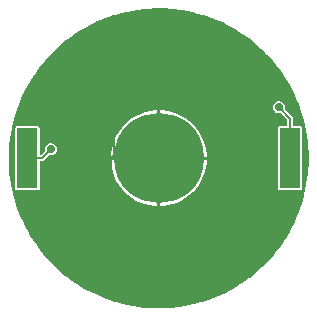
<source format=gbl>
G04 #@! TF.GenerationSoftware,KiCad,Pcbnew,(6.0.0)*
G04 #@! TF.CreationDate,2022-11-07T22:53:33+10:30*
G04 #@! TF.ProjectId,MicroTVbGone_r2,4d696372-6f54-4566-9247-6f6e655f7232,rev?*
G04 #@! TF.SameCoordinates,Original*
G04 #@! TF.FileFunction,Copper,L2,Bot*
G04 #@! TF.FilePolarity,Positive*
%FSLAX46Y46*%
G04 Gerber Fmt 4.6, Leading zero omitted, Abs format (unit mm)*
G04 Created by KiCad (PCBNEW (6.0.0)) date 2022-11-07 22:53:33*
%MOMM*%
%LPD*%
G01*
G04 APERTURE LIST*
G04 Aperture macros list*
%AMRoundRect*
0 Rectangle with rounded corners*
0 $1 Rounding radius*
0 $2 $3 $4 $5 $6 $7 $8 $9 X,Y pos of 4 corners*
0 Add a 4 corners polygon primitive as box body*
4,1,4,$2,$3,$4,$5,$6,$7,$8,$9,$2,$3,0*
0 Add four circle primitives for the rounded corners*
1,1,$1+$1,$2,$3*
1,1,$1+$1,$4,$5*
1,1,$1+$1,$6,$7*
1,1,$1+$1,$8,$9*
0 Add four rect primitives between the rounded corners*
20,1,$1+$1,$2,$3,$4,$5,0*
20,1,$1+$1,$4,$5,$6,$7,0*
20,1,$1+$1,$6,$7,$8,$9,0*
20,1,$1+$1,$8,$9,$2,$3,0*%
G04 Aperture macros list end*
G04 #@! TA.AperFunction,SMDPad,CuDef*
%ADD10RoundRect,3.810000X0.000000X0.000000X0.000000X0.000000X0.000000X0.000000X0.000000X0.000000X0*%
G04 #@! TD*
G04 #@! TA.AperFunction,SMDPad,CuDef*
%ADD11R,1.778000X5.080000*%
G04 #@! TD*
G04 #@! TA.AperFunction,ViaPad*
%ADD12C,0.705600*%
G04 #@! TD*
G04 #@! TA.AperFunction,Conductor*
%ADD13C,0.203200*%
G04 #@! TD*
G04 APERTURE END LIST*
D10*
G04 #@! TO.P,U$1,NEG*
G04 #@! TO.N,GND*
X148501100Y-105003600D03*
D11*
G04 #@! TO.P,U$1,POS*
G04 #@! TO.N,VCC*
X137375900Y-105003600D03*
G04 #@! TO.P,U$1,POS_2*
X159626300Y-105003600D03*
G04 #@! TD*
D12*
G04 #@! TO.N,VCC*
X158661100Y-100685600D03*
X139357100Y-104241600D03*
G04 #@! TO.N,GND*
X152565100Y-96113600D03*
X143167100Y-108305600D03*
X146469100Y-100177600D03*
G04 #@! TD*
D13*
G04 #@! TO.N,VCC*
X138595100Y-105003600D02*
X139357100Y-104241600D01*
X159626300Y-105003600D02*
X159626300Y-101650800D01*
X159626300Y-101650800D02*
X158661100Y-100685600D01*
X137375900Y-105003600D02*
X138595100Y-105003600D01*
G04 #@! TO.N,GND*
X144437100Y-105003600D02*
X144437100Y-107543600D01*
X148501100Y-105003600D02*
X144437100Y-105003600D01*
X150533100Y-96113600D02*
X152565100Y-96113600D01*
X144691100Y-104749600D02*
X144691100Y-101701600D01*
X143675100Y-108305600D02*
X143167100Y-108305600D01*
X146469100Y-100177600D02*
X150533100Y-96113600D01*
X146215100Y-100177600D02*
X146469100Y-100177600D01*
X144437100Y-107543600D02*
X143675100Y-108305600D01*
X144437100Y-105003600D02*
X144691100Y-104749600D01*
X144691100Y-101701600D02*
X146215100Y-100177600D01*
G04 #@! TD*
G04 #@! TA.AperFunction,Conductor*
G04 #@! TO.N,GND*
G36*
X148591156Y-92300796D02*
G01*
X148932891Y-92312729D01*
X149042954Y-92316573D01*
X149044343Y-92316641D01*
X149552266Y-92348597D01*
X149553652Y-92348704D01*
X149727712Y-92364544D01*
X150003824Y-92389672D01*
X150006564Y-92389999D01*
X150151774Y-92411442D01*
X150453801Y-92456042D01*
X150455174Y-92456265D01*
X150956313Y-92544629D01*
X150957679Y-92544889D01*
X151400517Y-92635790D01*
X151403224Y-92636425D01*
X151571307Y-92680834D01*
X151840307Y-92751907D01*
X151841567Y-92752259D01*
X152271063Y-92878666D01*
X152329805Y-92895955D01*
X152331133Y-92896366D01*
X152761089Y-93036067D01*
X152763680Y-93036990D01*
X153016054Y-93134879D01*
X153185169Y-93200475D01*
X153186458Y-93200996D01*
X153405430Y-93293043D01*
X153655599Y-93398204D01*
X153656829Y-93398742D01*
X154068554Y-93585509D01*
X154071017Y-93586710D01*
X154253471Y-93682095D01*
X154471626Y-93796144D01*
X154472849Y-93796805D01*
X154917118Y-94045098D01*
X154918323Y-94045794D01*
X155306599Y-94277253D01*
X155308947Y-94278743D01*
X155683721Y-94531532D01*
X155684863Y-94532326D01*
X156098647Y-94828565D01*
X156099766Y-94829390D01*
X156459839Y-95102701D01*
X156462006Y-95104443D01*
X156806262Y-95397428D01*
X156807309Y-95398344D01*
X157185506Y-95738874D01*
X157186526Y-95739819D01*
X157513887Y-96051560D01*
X157515847Y-96053534D01*
X157704780Y-96254727D01*
X157825310Y-96383079D01*
X157826207Y-96384061D01*
X158164135Y-96764679D01*
X158164990Y-96765669D01*
X158339608Y-96973771D01*
X158455598Y-97112002D01*
X158457325Y-97114182D01*
X158728094Y-97476127D01*
X158728912Y-97477252D01*
X159022260Y-97893099D01*
X159023045Y-97894246D01*
X159273225Y-98270797D01*
X159274699Y-98273154D01*
X159414387Y-98511246D01*
X159503458Y-98663064D01*
X159504145Y-98664274D01*
X159749305Y-99110219D01*
X159749958Y-99111447D01*
X159956583Y-99513496D01*
X159957785Y-99516003D01*
X160141686Y-99929051D01*
X160142206Y-99930267D01*
X160228206Y-100138919D01*
X160336129Y-100400761D01*
X160336641Y-100402054D01*
X160430243Y-100648462D01*
X160496541Y-100822991D01*
X160497169Y-100824645D01*
X160498082Y-100827264D01*
X160627902Y-101236509D01*
X160634776Y-101258179D01*
X160635176Y-101259503D01*
X160737341Y-101615793D01*
X160775451Y-101748700D01*
X160775815Y-101750042D01*
X160888230Y-102187872D01*
X160888847Y-102190584D01*
X160976659Y-102634067D01*
X160976910Y-102635435D01*
X161061776Y-103137195D01*
X161061988Y-103138569D01*
X161124901Y-103586215D01*
X161125211Y-103588979D01*
X161163038Y-104039441D01*
X161163134Y-104040821D01*
X161190480Y-104529922D01*
X161191542Y-104548923D01*
X161191600Y-104550292D01*
X161197113Y-104747648D01*
X161204233Y-105002571D01*
X161204247Y-105004656D01*
X161200389Y-105281001D01*
X161199324Y-105357254D01*
X161199252Y-105359316D01*
X161182400Y-105660738D01*
X161173997Y-105811027D01*
X161173900Y-105812414D01*
X161131317Y-106319518D01*
X161131182Y-106320902D01*
X161080791Y-106770155D01*
X161080404Y-106772909D01*
X161005015Y-107218630D01*
X161004764Y-107219998D01*
X160905912Y-107719241D01*
X160905622Y-107720599D01*
X160807492Y-108152526D01*
X160805480Y-108161380D01*
X160804789Y-108164074D01*
X160680181Y-108598631D01*
X160679779Y-108599962D01*
X160525900Y-109085049D01*
X160525461Y-109086368D01*
X160376792Y-109513289D01*
X160375816Y-109515857D01*
X160303570Y-109691140D01*
X160203566Y-109933768D01*
X160203019Y-109935047D01*
X159995998Y-110400022D01*
X159995414Y-110401284D01*
X159909164Y-110581302D01*
X159800091Y-110808955D01*
X159798840Y-110811389D01*
X159591412Y-111188701D01*
X159581048Y-111207553D01*
X159580374Y-111208740D01*
X159322826Y-111647720D01*
X159322177Y-111648793D01*
X159123657Y-111966490D01*
X159082568Y-112032246D01*
X159081032Y-112034558D01*
X158978104Y-112180467D01*
X158820430Y-112403985D01*
X158819614Y-112405107D01*
X158557520Y-112755456D01*
X158514804Y-112812555D01*
X158513956Y-112813657D01*
X158233152Y-113167943D01*
X158231364Y-113170073D01*
X157931244Y-113508107D01*
X157930307Y-113509134D01*
X157581895Y-113880155D01*
X157580989Y-113881094D01*
X157318704Y-114145216D01*
X157262430Y-114201884D01*
X157260416Y-114203802D01*
X156924458Y-114506299D01*
X156923411Y-114507215D01*
X156535881Y-114837030D01*
X156534810Y-114837916D01*
X156182502Y-115121180D01*
X156180290Y-115122859D01*
X156109337Y-115173656D01*
X155812737Y-115386000D01*
X155811595Y-115386794D01*
X155389688Y-115671374D01*
X155388524Y-115672136D01*
X155075548Y-115870757D01*
X155006823Y-115914371D01*
X155004454Y-115915783D01*
X154609793Y-116136352D01*
X154608692Y-116136947D01*
X154244651Y-116327263D01*
X154157627Y-116372758D01*
X154156386Y-116373385D01*
X153750082Y-116571552D01*
X153747549Y-116572701D01*
X153330816Y-116747879D01*
X153329527Y-116748400D01*
X153073946Y-116847534D01*
X152855013Y-116932452D01*
X152853749Y-116932921D01*
X152714141Y-116982634D01*
X152427912Y-117084555D01*
X152425269Y-117085415D01*
X152145671Y-117167705D01*
X151991605Y-117213049D01*
X151990275Y-117213420D01*
X151504579Y-117341747D01*
X151498228Y-117343425D01*
X151496882Y-117343760D01*
X151432206Y-117358930D01*
X151056777Y-117446986D01*
X151054053Y-117447545D01*
X150608889Y-117526039D01*
X150607516Y-117526262D01*
X150205889Y-117585570D01*
X150104047Y-117600608D01*
X150102679Y-117600791D01*
X149653799Y-117654316D01*
X149651030Y-117654568D01*
X149199881Y-117682952D01*
X149198492Y-117683020D01*
X148849080Y-117695222D01*
X148689853Y-117700782D01*
X148688496Y-117700811D01*
X148477478Y-117702284D01*
X148236461Y-117703966D01*
X148233680Y-117703908D01*
X147782156Y-117681825D01*
X147780768Y-117681737D01*
X147273349Y-117642693D01*
X147271965Y-117642567D01*
X146822407Y-117595317D01*
X146819650Y-117594949D01*
X146373437Y-117522678D01*
X146372068Y-117522437D01*
X146242071Y-117497639D01*
X145872091Y-117427062D01*
X145870853Y-117426807D01*
X145429262Y-117329718D01*
X145426600Y-117329053D01*
X144991181Y-117207482D01*
X144989912Y-117207109D01*
X144768052Y-117138432D01*
X144503691Y-117056598D01*
X144502368Y-117056168D01*
X144074452Y-116910494D01*
X144071846Y-116909525D01*
X143652715Y-116740185D01*
X143651433Y-116739646D01*
X143185076Y-116535900D01*
X143183809Y-116535325D01*
X142774772Y-116342847D01*
X142772315Y-116341605D01*
X142552501Y-116222752D01*
X142374666Y-116126597D01*
X142373452Y-116125919D01*
X141932731Y-115871469D01*
X141931536Y-115870757D01*
X141546498Y-115633880D01*
X141544171Y-115632357D01*
X141172968Y-115374364D01*
X141171838Y-115373555D01*
X141164286Y-115367987D01*
X140762203Y-115071546D01*
X140761135Y-115070735D01*
X140597183Y-114942642D01*
X140404895Y-114792410D01*
X140402752Y-114790637D01*
X140062630Y-114492883D01*
X140061597Y-114491953D01*
X139688172Y-114146158D01*
X139687201Y-114145234D01*
X139519744Y-113981248D01*
X139364201Y-113828928D01*
X139362269Y-113826927D01*
X139162769Y-113608447D01*
X139057437Y-113493094D01*
X139056522Y-113492063D01*
X138724005Y-113106838D01*
X138723111Y-113105773D01*
X138437399Y-112755456D01*
X138435702Y-112753253D01*
X138169980Y-112387515D01*
X138169178Y-112386378D01*
X137881674Y-111966490D01*
X137880905Y-111965332D01*
X137636025Y-111585353D01*
X137634584Y-111582974D01*
X137411298Y-111189919D01*
X137410628Y-111188701D01*
X137171701Y-110739346D01*
X137171066Y-110738109D01*
X136970077Y-110333218D01*
X136968910Y-110330693D01*
X136790830Y-109915202D01*
X136790300Y-109913917D01*
X136602954Y-109440735D01*
X136602460Y-109439435D01*
X136447851Y-109014650D01*
X136446973Y-109012011D01*
X136316317Y-108579258D01*
X136315934Y-108577921D01*
X136182502Y-108086810D01*
X136182156Y-108085463D01*
X136131446Y-107875856D01*
X136075856Y-107646073D01*
X136075281Y-107643365D01*
X136068669Y-107607338D01*
X135993669Y-107198696D01*
X135993452Y-107197415D01*
X135915587Y-106694433D01*
X135915394Y-106693056D01*
X135858741Y-106244602D01*
X135858469Y-106241834D01*
X135826933Y-105790850D01*
X135826856Y-105789461D01*
X135806672Y-105307900D01*
X135805545Y-105281001D01*
X135805508Y-105279684D01*
X135799195Y-104827610D01*
X135799234Y-104824843D01*
X135802275Y-104752301D01*
X135818164Y-104373188D01*
X135818240Y-104371823D01*
X135853743Y-103864117D01*
X135853860Y-103862731D01*
X135897969Y-103412866D01*
X135898317Y-103410107D01*
X135898696Y-103407660D01*
X135967485Y-102963313D01*
X135967699Y-102962044D01*
X136059579Y-102461433D01*
X136059845Y-102460088D01*
X136061780Y-102450988D01*
X136062300Y-102448543D01*
X136334000Y-102448543D01*
X136334001Y-107558656D01*
X136342872Y-107603258D01*
X136376666Y-107653834D01*
X136427242Y-107687628D01*
X136432051Y-107688585D01*
X136432052Y-107688585D01*
X136469444Y-107696023D01*
X136469446Y-107696023D01*
X136471843Y-107696500D01*
X137375715Y-107696500D01*
X138279956Y-107696499D01*
X138282353Y-107696022D01*
X138282356Y-107696022D01*
X138298135Y-107692883D01*
X138324558Y-107687628D01*
X138375134Y-107653834D01*
X138408928Y-107603258D01*
X138413298Y-107581289D01*
X138417323Y-107561056D01*
X138417323Y-107561054D01*
X138417800Y-107558657D01*
X138417800Y-105307900D01*
X138432386Y-105272686D01*
X138467600Y-105258100D01*
X138565129Y-105258100D01*
X138574845Y-105259057D01*
X138595100Y-105263086D01*
X138694401Y-105243334D01*
X138757334Y-105201284D01*
X138757337Y-105201281D01*
X138778584Y-105187084D01*
X138781309Y-105183006D01*
X138781311Y-105183004D01*
X138790056Y-105169916D01*
X138796249Y-105162369D01*
X138817945Y-105140673D01*
X144438947Y-105140673D01*
X144448897Y-105364085D01*
X144449111Y-105366402D01*
X144504730Y-105764674D01*
X144505199Y-105767134D01*
X144600082Y-106157842D01*
X144600783Y-106160210D01*
X144734009Y-106539581D01*
X144734947Y-106541878D01*
X144905192Y-106906143D01*
X144906349Y-106908326D01*
X145111930Y-107253877D01*
X145113293Y-107255929D01*
X145352174Y-107579347D01*
X145353763Y-107581289D01*
X145623568Y-107879364D01*
X145625336Y-107881132D01*
X145923411Y-108150937D01*
X145925353Y-108152526D01*
X146248771Y-108391407D01*
X146250823Y-108392770D01*
X146596374Y-108598351D01*
X146598557Y-108599508D01*
X146962822Y-108769753D01*
X146965119Y-108770691D01*
X147344490Y-108903917D01*
X147346858Y-108904618D01*
X147737566Y-108999501D01*
X147740026Y-108999970D01*
X148138298Y-109055589D01*
X148140615Y-109055803D01*
X148364603Y-109065778D01*
X148371117Y-109063414D01*
X148374245Y-109056313D01*
X148627700Y-109056313D01*
X148630352Y-109062715D01*
X148638173Y-109065753D01*
X148861585Y-109055803D01*
X148863902Y-109055589D01*
X149262174Y-108999970D01*
X149264634Y-108999501D01*
X149655342Y-108904618D01*
X149657710Y-108903917D01*
X150037081Y-108770691D01*
X150039378Y-108769753D01*
X150403643Y-108599508D01*
X150405826Y-108598351D01*
X150751377Y-108392770D01*
X150753429Y-108391407D01*
X151076847Y-108152526D01*
X151078789Y-108150937D01*
X151376864Y-107881132D01*
X151378632Y-107879364D01*
X151648437Y-107581289D01*
X151650026Y-107579347D01*
X151888907Y-107255929D01*
X151890270Y-107253877D01*
X152095851Y-106908326D01*
X152097008Y-106906143D01*
X152267253Y-106541878D01*
X152268191Y-106539581D01*
X152401417Y-106160210D01*
X152402118Y-106157842D01*
X152497001Y-105767134D01*
X152497470Y-105764674D01*
X152553089Y-105366402D01*
X152553303Y-105364085D01*
X152563278Y-105140097D01*
X152560914Y-105133583D01*
X152553235Y-105130200D01*
X148637606Y-105130200D01*
X148630601Y-105133101D01*
X148627700Y-105140106D01*
X148627700Y-109056313D01*
X148374245Y-109056313D01*
X148374500Y-109055735D01*
X148374500Y-105140106D01*
X148371599Y-105133101D01*
X148364594Y-105130200D01*
X144448387Y-105130200D01*
X144441985Y-105132852D01*
X144438947Y-105140673D01*
X138817945Y-105140673D01*
X139091515Y-104867103D01*
X144438922Y-104867103D01*
X144441286Y-104873617D01*
X144448965Y-104877000D01*
X148364594Y-104877000D01*
X148371599Y-104874099D01*
X148374500Y-104867094D01*
X148627700Y-104867094D01*
X148630601Y-104874099D01*
X148637606Y-104877000D01*
X152553813Y-104877000D01*
X152560215Y-104874348D01*
X152563253Y-104866527D01*
X152553303Y-104643115D01*
X152553089Y-104640798D01*
X152497470Y-104242526D01*
X152497001Y-104240066D01*
X152402118Y-103849358D01*
X152401417Y-103846990D01*
X152268191Y-103467619D01*
X152267253Y-103465322D01*
X152097008Y-103101057D01*
X152095851Y-103098874D01*
X151890270Y-102753323D01*
X151888907Y-102751271D01*
X151650026Y-102427853D01*
X151648437Y-102425911D01*
X151378632Y-102127836D01*
X151376864Y-102126068D01*
X151078789Y-101856263D01*
X151076847Y-101854674D01*
X150753429Y-101615793D01*
X150751377Y-101614430D01*
X150405826Y-101408849D01*
X150403643Y-101407692D01*
X150039378Y-101237447D01*
X150037081Y-101236509D01*
X149657710Y-101103283D01*
X149655342Y-101102582D01*
X149264634Y-101007699D01*
X149262174Y-101007230D01*
X148863902Y-100951611D01*
X148861585Y-100951397D01*
X148637597Y-100941422D01*
X148631083Y-100943786D01*
X148627700Y-100951465D01*
X148627700Y-104867094D01*
X148374500Y-104867094D01*
X148374500Y-100950887D01*
X148371848Y-100944485D01*
X148364027Y-100941447D01*
X148140615Y-100951397D01*
X148138298Y-100951611D01*
X147740026Y-101007230D01*
X147737566Y-101007699D01*
X147346858Y-101102582D01*
X147344490Y-101103283D01*
X146965119Y-101236509D01*
X146962822Y-101237447D01*
X146598557Y-101407692D01*
X146596374Y-101408849D01*
X146250823Y-101614430D01*
X146248771Y-101615793D01*
X145925353Y-101854674D01*
X145923411Y-101856263D01*
X145625336Y-102126068D01*
X145623568Y-102127836D01*
X145353763Y-102425911D01*
X145352174Y-102427853D01*
X145113293Y-102751271D01*
X145111930Y-102753323D01*
X144906349Y-103098874D01*
X144905192Y-103101057D01*
X144734947Y-103465322D01*
X144734009Y-103467619D01*
X144600783Y-103846990D01*
X144600082Y-103849358D01*
X144505199Y-104240066D01*
X144504730Y-104242526D01*
X144449111Y-104640798D01*
X144448897Y-104643115D01*
X144438922Y-104867103D01*
X139091515Y-104867103D01*
X139206317Y-104752301D01*
X139241531Y-104737715D01*
X139256381Y-104739981D01*
X139275417Y-104745928D01*
X139278961Y-104745993D01*
X139416701Y-104748517D01*
X139420248Y-104748582D01*
X139423674Y-104747648D01*
X139556582Y-104711414D01*
X139556584Y-104711413D01*
X139560003Y-104710481D01*
X139605926Y-104682284D01*
X139680429Y-104636539D01*
X139680431Y-104636537D01*
X139683446Y-104634686D01*
X139685823Y-104632060D01*
X139778275Y-104529922D01*
X139778277Y-104529920D01*
X139780655Y-104527292D01*
X139843815Y-104396930D01*
X139867847Y-104254082D01*
X139868000Y-104241600D01*
X139847465Y-104098207D01*
X139787509Y-103966342D01*
X139692953Y-103856604D01*
X139571398Y-103777816D01*
X139432616Y-103736312D01*
X139429069Y-103736290D01*
X139429067Y-103736290D01*
X139362745Y-103735885D01*
X139287763Y-103735427D01*
X139148484Y-103775233D01*
X139025976Y-103852530D01*
X138930086Y-103961104D01*
X138928580Y-103964313D01*
X138928578Y-103964315D01*
X138893307Y-104039441D01*
X138868524Y-104092227D01*
X138867978Y-104095732D01*
X138867978Y-104095733D01*
X138864593Y-104117472D01*
X138846238Y-104235358D01*
X138853748Y-104292793D01*
X138861234Y-104350043D01*
X138851336Y-104386851D01*
X138847068Y-104391714D01*
X138504268Y-104734514D01*
X138469054Y-104749100D01*
X138467599Y-104749100D01*
X138432385Y-104734514D01*
X138417799Y-104699300D01*
X138417799Y-102448544D01*
X138408928Y-102403942D01*
X138375134Y-102353366D01*
X138324558Y-102319572D01*
X138319749Y-102318615D01*
X138319748Y-102318615D01*
X138282356Y-102311177D01*
X138282354Y-102311177D01*
X138279957Y-102310700D01*
X137376085Y-102310700D01*
X136471844Y-102310701D01*
X136469447Y-102311178D01*
X136469444Y-102311178D01*
X136453665Y-102314317D01*
X136427242Y-102319572D01*
X136376666Y-102353366D01*
X136342872Y-102403942D01*
X136341915Y-102408751D01*
X136341915Y-102408752D01*
X136338116Y-102427853D01*
X136334000Y-102448543D01*
X136062300Y-102448543D01*
X136153834Y-102017906D01*
X136154487Y-102015208D01*
X136226896Y-101748700D01*
X136273008Y-101578978D01*
X136273388Y-101577651D01*
X136307524Y-101464589D01*
X136403171Y-101147789D01*
X136420492Y-101090420D01*
X136420913Y-101089095D01*
X136557215Y-100679358D01*
X158150238Y-100679358D01*
X158169020Y-100822991D01*
X158198190Y-100889285D01*
X158222479Y-100944485D01*
X158227360Y-100955579D01*
X158320569Y-101066464D01*
X158441152Y-101146731D01*
X158579417Y-101189928D01*
X158582961Y-101189993D01*
X158720701Y-101192517D01*
X158724248Y-101192582D01*
X158733983Y-101189928D01*
X158762307Y-101182206D01*
X158800118Y-101187016D01*
X158810620Y-101195038D01*
X159357214Y-101741632D01*
X159371800Y-101776846D01*
X159371800Y-102260901D01*
X159357214Y-102296115D01*
X159322000Y-102310701D01*
X158722244Y-102310701D01*
X158719847Y-102311178D01*
X158719844Y-102311178D01*
X158704065Y-102314317D01*
X158677642Y-102319572D01*
X158627066Y-102353366D01*
X158593272Y-102403942D01*
X158592315Y-102408751D01*
X158592315Y-102408752D01*
X158588516Y-102427853D01*
X158584400Y-102448543D01*
X158584401Y-107558656D01*
X158593272Y-107603258D01*
X158627066Y-107653834D01*
X158677642Y-107687628D01*
X158682451Y-107688585D01*
X158682452Y-107688585D01*
X158719844Y-107696023D01*
X158719846Y-107696023D01*
X158722243Y-107696500D01*
X159626115Y-107696500D01*
X160530356Y-107696499D01*
X160532753Y-107696022D01*
X160532756Y-107696022D01*
X160548535Y-107692883D01*
X160574958Y-107687628D01*
X160625534Y-107653834D01*
X160659328Y-107603258D01*
X160663698Y-107581289D01*
X160667723Y-107561056D01*
X160667723Y-107561054D01*
X160668200Y-107558657D01*
X160668199Y-102448544D01*
X160659328Y-102403942D01*
X160625534Y-102353366D01*
X160574958Y-102319572D01*
X160570149Y-102318615D01*
X160570148Y-102318615D01*
X160532756Y-102311177D01*
X160532754Y-102311177D01*
X160530357Y-102310700D01*
X159930600Y-102310700D01*
X159895386Y-102296114D01*
X159880800Y-102260900D01*
X159880800Y-101680771D01*
X159881757Y-101671056D01*
X159884829Y-101655611D01*
X159885786Y-101650800D01*
X159866034Y-101551499D01*
X159823984Y-101488566D01*
X159823981Y-101488563D01*
X159809784Y-101467316D01*
X159805706Y-101464591D01*
X159805704Y-101464589D01*
X159792616Y-101455844D01*
X159785069Y-101449651D01*
X159170080Y-100834662D01*
X159155494Y-100799448D01*
X159156184Y-100791186D01*
X159171528Y-100699978D01*
X159171847Y-100698082D01*
X159172000Y-100685600D01*
X159151465Y-100542207D01*
X159091509Y-100410342D01*
X158996953Y-100300604D01*
X158875398Y-100221816D01*
X158736616Y-100180312D01*
X158733069Y-100180290D01*
X158733067Y-100180290D01*
X158666745Y-100179885D01*
X158591763Y-100179427D01*
X158452484Y-100219233D01*
X158329976Y-100296530D01*
X158234086Y-100405104D01*
X158232580Y-100408313D01*
X158232578Y-100408315D01*
X158174032Y-100533015D01*
X158172524Y-100536227D01*
X158150238Y-100679358D01*
X136557215Y-100679358D01*
X136563591Y-100660190D01*
X136564542Y-100657576D01*
X136730962Y-100237248D01*
X136731492Y-100235963D01*
X136863047Y-99929021D01*
X136931986Y-99768174D01*
X136932514Y-99766988D01*
X137122141Y-99356598D01*
X137123377Y-99354107D01*
X137335608Y-98954960D01*
X137336278Y-98953742D01*
X137587650Y-98511246D01*
X137588354Y-98510046D01*
X137822525Y-98123384D01*
X137824031Y-98121047D01*
X138079424Y-97748056D01*
X138080226Y-97746919D01*
X138379367Y-97335187D01*
X138380200Y-97334074D01*
X138656010Y-96975926D01*
X138657768Y-96973771D01*
X138837386Y-96765682D01*
X138953141Y-96631578D01*
X138954052Y-96630552D01*
X139297228Y-96254727D01*
X139298180Y-96253713D01*
X139612195Y-95928540D01*
X139614182Y-95926594D01*
X139815881Y-95739819D01*
X139945898Y-95619423D01*
X139946865Y-95618552D01*
X140329823Y-95283298D01*
X140330826Y-95282443D01*
X140679187Y-94994254D01*
X140681379Y-94992542D01*
X141045227Y-94724290D01*
X141046357Y-94723481D01*
X141464243Y-94433043D01*
X141465396Y-94432265D01*
X141740426Y-94252290D01*
X141843674Y-94184726D01*
X141846021Y-94183283D01*
X142085364Y-94045098D01*
X142237531Y-93957245D01*
X142238745Y-93956567D01*
X142686357Y-93714544D01*
X142687589Y-93713899D01*
X142994746Y-93558742D01*
X143091131Y-93510054D01*
X143093628Y-93508880D01*
X143507863Y-93327905D01*
X143509145Y-93327366D01*
X143598170Y-93291397D01*
X143981029Y-93136713D01*
X143982287Y-93136224D01*
X144251616Y-93036062D01*
X144406009Y-92978644D01*
X144408642Y-92977748D01*
X144671544Y-92896366D01*
X144840509Y-92844063D01*
X144841791Y-92843686D01*
X145331959Y-92706828D01*
X145333255Y-92706485D01*
X145734418Y-92606464D01*
X145771935Y-92597110D01*
X145774651Y-92596513D01*
X146218709Y-92511804D01*
X146220079Y-92511563D01*
X146722412Y-92430203D01*
X146723775Y-92430001D01*
X147171909Y-92370207D01*
X147174637Y-92369921D01*
X147625336Y-92335242D01*
X147626716Y-92335154D01*
X147690219Y-92332048D01*
X148135069Y-92310292D01*
X148136459Y-92310244D01*
X148391934Y-92304892D01*
X148588396Y-92300777D01*
X148591156Y-92300796D01*
G37*
G04 #@! TD.AperFunction*
G04 #@! TD*
M02*

</source>
